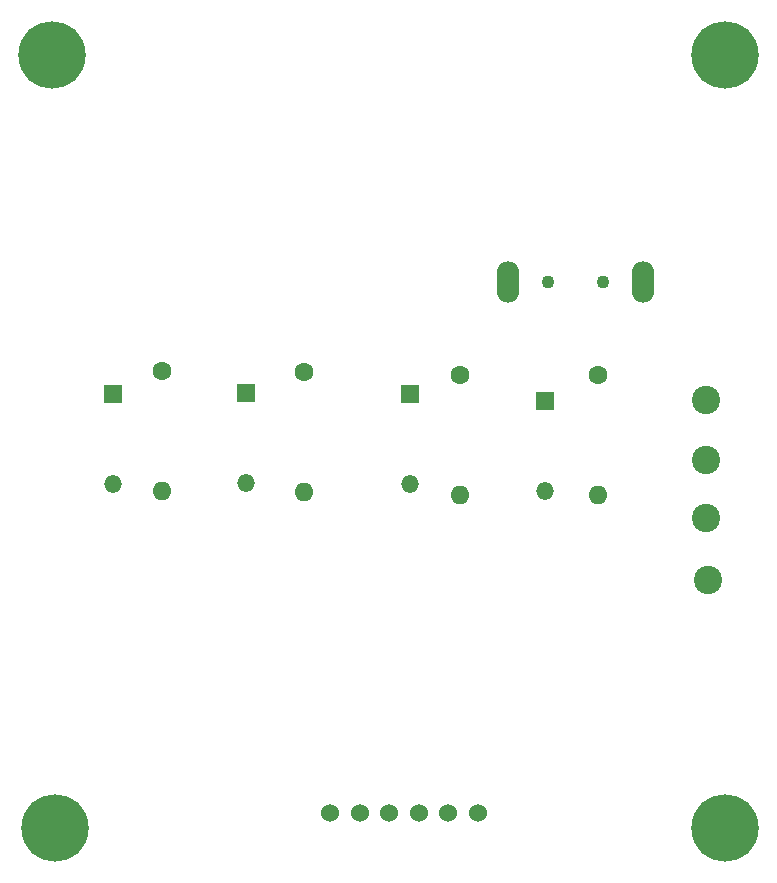
<source format=gbs>
%TF.GenerationSoftware,KiCad,Pcbnew,(6.0.7-1)-1*%
%TF.CreationDate,2022-09-10T09:57:04+09:00*%
%TF.ProjectId,mouse,6d6f7573-652e-46b6-9963-61645f706362,rev?*%
%TF.SameCoordinates,Original*%
%TF.FileFunction,Soldermask,Bot*%
%TF.FilePolarity,Negative*%
%FSLAX46Y46*%
G04 Gerber Fmt 4.6, Leading zero omitted, Abs format (unit mm)*
G04 Created by KiCad (PCBNEW (6.0.7-1)-1) date 2022-09-10 09:57:04*
%MOMM*%
%LPD*%
G01*
G04 APERTURE LIST*
%ADD10C,2.400000*%
%ADD11R,1.500000X1.500000*%
%ADD12O,1.500000X1.500000*%
%ADD13C,1.600000*%
%ADD14O,1.600000X1.600000*%
%ADD15C,5.700000*%
%ADD16C,1.100000*%
%ADD17O,1.900000X3.500000*%
%ADD18C,1.524000*%
G04 APERTURE END LIST*
D10*
%TO.C,CP1*%
X159200000Y-90100000D03*
%TD*%
D11*
%TO.C,D4*%
X145400000Y-74985000D03*
D12*
X145400000Y-82605000D03*
%TD*%
D13*
%TO.C,R3*%
X138200000Y-72820000D03*
D14*
X138200000Y-82980000D03*
%TD*%
D10*
%TO.C,Cp3*%
X159100000Y-80000000D03*
%TD*%
D13*
%TO.C,R1*%
X113017500Y-72417500D03*
D14*
X113017500Y-82577500D03*
%TD*%
D15*
%TO.C,REF1*%
X103955242Y-111165242D03*
%TD*%
D13*
%TO.C,R2*%
X125000000Y-72520000D03*
D14*
X125000000Y-82680000D03*
%TD*%
D11*
%TO.C,D3*%
X134000000Y-74385000D03*
D12*
X134000000Y-82005000D03*
%TD*%
D13*
%TO.C,R4*%
X149900000Y-72820000D03*
D14*
X149900000Y-82980000D03*
%TD*%
D10*
%TO.C,CP2*%
X159100000Y-84900000D03*
%TD*%
D15*
%TO.C,REF2*%
X103705242Y-45665242D03*
%TD*%
%TO.C,REF3*%
X160705242Y-111165242D03*
%TD*%
D10*
%TO.C,CP4*%
X159100000Y-74900000D03*
%TD*%
D16*
%TO.C,USB-A1*%
X150300000Y-64900000D03*
X145700000Y-64900000D03*
D17*
X153700000Y-64900000D03*
X142300000Y-64900000D03*
%TD*%
D11*
%TO.C,D2*%
X120100000Y-74285000D03*
D12*
X120100000Y-81905000D03*
%TD*%
D15*
%TO.C,REF4*%
X160705242Y-45665242D03*
%TD*%
D18*
%TO.C,J1*%
X127250000Y-109900000D03*
X129750000Y-109900000D03*
X132250000Y-109900000D03*
X134750000Y-109900000D03*
X137250000Y-109900000D03*
X139750000Y-109900000D03*
%TD*%
D11*
%TO.C,D1*%
X108817500Y-74382500D03*
D12*
X108817500Y-82002500D03*
%TD*%
M02*

</source>
